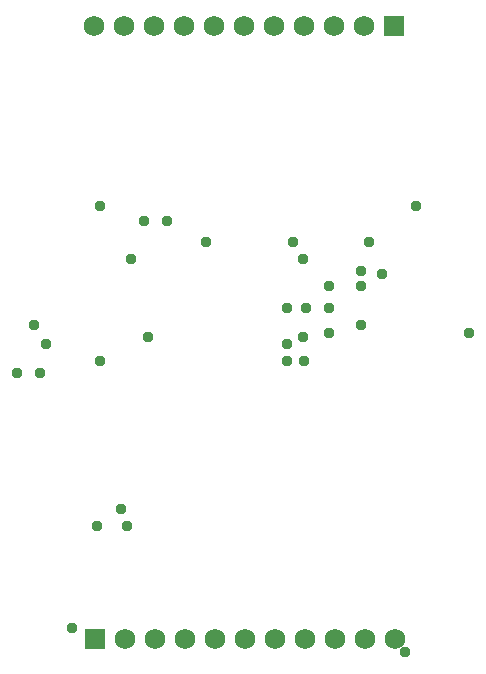
<source format=gbr>
G04 EAGLE Gerber RS-274X export*
G75*
%MOMM*%
%FSLAX34Y34*%
%LPD*%
%INSoldermask Bottom*%
%IPPOS*%
%AMOC8*
5,1,8,0,0,1.08239X$1,22.5*%
G01*
%ADD10R,1.727200X1.727200*%
%ADD11C,1.727200*%
%ADD12C,0.959600*%


D10*
X596964Y41275D03*
D11*
X622364Y41275D03*
X647764Y41275D03*
X673164Y41275D03*
X698564Y41275D03*
X723964Y41275D03*
X749364Y41275D03*
X774764Y41275D03*
X800164Y41275D03*
X825564Y41275D03*
X850964Y41275D03*
D10*
X850011Y560515D03*
D11*
X824611Y560515D03*
X799211Y560515D03*
X773811Y560515D03*
X748411Y560515D03*
X723011Y560515D03*
X697611Y560515D03*
X672211Y560515D03*
X646811Y560515D03*
X621411Y560515D03*
X596011Y560515D03*
D12*
X638400Y395200D03*
X657600Y395200D03*
X598400Y137600D03*
X624000Y137600D03*
X619200Y152000D03*
X577600Y51200D03*
X859200Y30400D03*
X764800Y377600D03*
X691200Y377600D03*
X828800Y377600D03*
X545600Y307200D03*
X822400Y307200D03*
X531200Y267200D03*
X550400Y267200D03*
X776000Y321600D03*
X795200Y321600D03*
X822400Y353600D03*
X840000Y350400D03*
X760000Y321600D03*
X772800Y297600D03*
X641600Y297600D03*
X774400Y276800D03*
X760000Y276800D03*
X601600Y276800D03*
X772800Y363200D03*
X627200Y363200D03*
X868800Y408000D03*
X601600Y408000D03*
X795200Y340800D03*
X822400Y340800D03*
X795200Y300800D03*
X913600Y300800D03*
X760000Y291200D03*
X555200Y291200D03*
M02*

</source>
